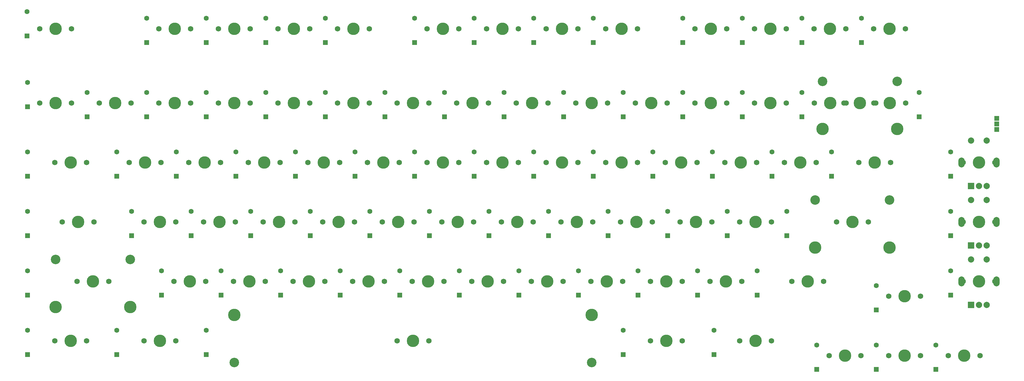
<source format=gts>
G04 #@! TF.GenerationSoftware,KiCad,Pcbnew,(5.1.5)-3*
G04 #@! TF.CreationDate,2020-07-17T15:38:34-06:00*
G04 #@! TF.ProjectId,fernet,6665726e-6574-42e6-9b69-6361645f7063,rev?*
G04 #@! TF.SameCoordinates,Original*
G04 #@! TF.FileFunction,Soldermask,Top*
G04 #@! TF.FilePolarity,Negative*
%FSLAX46Y46*%
G04 Gerber Fmt 4.6, Leading zero omitted, Abs format (unit mm)*
G04 Created by KiCad (PCBNEW (5.1.5)-3) date 2020-07-17 15:38:34*
%MOMM*%
%LPD*%
G04 APERTURE LIST*
%ADD10C,3.987800*%
%ADD11C,1.750000*%
%ADD12C,3.048000*%
%ADD13R,1.524000X1.524000*%
%ADD14R,2.000000X2.000000*%
%ADD15C,2.000000*%
%ADD16O,2.000000X3.200000*%
%ADD17R,1.600000X1.600000*%
%ADD18C,1.600000*%
G04 APERTURE END LIST*
D10*
X286710000Y-53340000D03*
D11*
X281630000Y-53340000D03*
X291790000Y-53340000D03*
D12*
X274803750Y-46355000D03*
X298616250Y-46355000D03*
D10*
X274803750Y-61595000D03*
X298616250Y-61595000D03*
D13*
X330500000Y-61778000D03*
X330500000Y-60000000D03*
X330500000Y-58222000D03*
D14*
X322300000Y-79887500D03*
D15*
X324800000Y-79887500D03*
X327300000Y-79887500D03*
D16*
X319200000Y-72387500D03*
X330400000Y-72387500D03*
D15*
X322300000Y-65387500D03*
X327300000Y-65387500D03*
D14*
X322300000Y-98937500D03*
D15*
X324800000Y-98937500D03*
X327300000Y-98937500D03*
D16*
X319200000Y-91437500D03*
X330400000Y-91437500D03*
D15*
X322300000Y-84437500D03*
X327300000Y-84437500D03*
D17*
X20320000Y-31840000D03*
D18*
X20320000Y-24040000D03*
D11*
X282280000Y-53337500D03*
X272120000Y-53337500D03*
D10*
X277200000Y-53337500D03*
D11*
X301330000Y-53350000D03*
X291170000Y-53350000D03*
D10*
X296250000Y-53350000D03*
D17*
X305650000Y-57750000D03*
D18*
X305650000Y-49950000D03*
D17*
X253862500Y-114887500D03*
D18*
X253862500Y-107087500D03*
D17*
X211000000Y-57737500D03*
D18*
X211000000Y-49937500D03*
D17*
X39550000Y-57737500D03*
D18*
X39550000Y-49937500D03*
D17*
X58600000Y-57737500D03*
D18*
X58600000Y-49937500D03*
D17*
X77650000Y-57737500D03*
D18*
X77650000Y-49937500D03*
D17*
X96700000Y-57737500D03*
D18*
X96700000Y-49937500D03*
D17*
X115750000Y-57737500D03*
D18*
X115750000Y-49937500D03*
D17*
X134800000Y-57737500D03*
D18*
X134800000Y-49937500D03*
D17*
X153850000Y-57737500D03*
D18*
X153850000Y-49937500D03*
D17*
X172900000Y-57737500D03*
D18*
X172900000Y-49937500D03*
D17*
X191950000Y-57737500D03*
D18*
X191950000Y-49937500D03*
D17*
X211000000Y-133937500D03*
D18*
X211000000Y-126137500D03*
D17*
X58600000Y-33925000D03*
D18*
X58600000Y-26125000D03*
D17*
X77650000Y-33925000D03*
D18*
X77650000Y-26125000D03*
D17*
X96700000Y-33925000D03*
D18*
X96700000Y-26125000D03*
D17*
X115750000Y-33925000D03*
D18*
X115750000Y-26125000D03*
D17*
X144325000Y-33925000D03*
D18*
X144325000Y-26125000D03*
D17*
X163375000Y-33925000D03*
D18*
X163375000Y-26125000D03*
D17*
X182425000Y-33925000D03*
D18*
X182425000Y-26125000D03*
D17*
X201475000Y-33925000D03*
D18*
X201475000Y-26125000D03*
D17*
X230050000Y-33925000D03*
D18*
X230050000Y-26125000D03*
D17*
X249100000Y-33925000D03*
D18*
X249100000Y-26125000D03*
D17*
X268150000Y-33925000D03*
D18*
X268150000Y-26125000D03*
D17*
X287200000Y-33925000D03*
D18*
X287200000Y-26125000D03*
D17*
X240050320Y-133955620D03*
D18*
X240050320Y-126155620D03*
D17*
X311012500Y-138700000D03*
D18*
X311012500Y-130900000D03*
D17*
X291962500Y-138700000D03*
D18*
X291962500Y-130900000D03*
D17*
X272912500Y-138700000D03*
D18*
X272912500Y-130900000D03*
D17*
X77650000Y-133937500D03*
D18*
X77650000Y-126137500D03*
D17*
X49075000Y-133937500D03*
D18*
X49075000Y-126137500D03*
D17*
X20500000Y-133937500D03*
D18*
X20500000Y-126137500D03*
D17*
X291962500Y-119650000D03*
D18*
X291962500Y-111850000D03*
D17*
X315775000Y-114887500D03*
D18*
X315775000Y-107087500D03*
D17*
X234812500Y-114887500D03*
D18*
X234812500Y-107087500D03*
D17*
X215762500Y-114887500D03*
D18*
X215762500Y-107087500D03*
D17*
X196712500Y-114887500D03*
D18*
X196712500Y-107087500D03*
D17*
X177662500Y-114887500D03*
D18*
X177662500Y-107087500D03*
D17*
X158612500Y-114887500D03*
D18*
X158612500Y-107087500D03*
D17*
X139562500Y-114887500D03*
D18*
X139562500Y-107087500D03*
D17*
X120512500Y-114887500D03*
D18*
X120512500Y-107087500D03*
D17*
X101462500Y-114887500D03*
D18*
X101462500Y-107087500D03*
D17*
X82412500Y-114887500D03*
D18*
X82412500Y-107087500D03*
D17*
X63362500Y-114887500D03*
D18*
X63362500Y-107087500D03*
D17*
X20500000Y-114887500D03*
D18*
X20500000Y-107087500D03*
D17*
X315775000Y-95837500D03*
D18*
X315775000Y-88037500D03*
D17*
X263387500Y-95837500D03*
D18*
X263387500Y-88037500D03*
D17*
X244337500Y-95837500D03*
D18*
X244337500Y-88037500D03*
D17*
X225287500Y-95837500D03*
D18*
X225287500Y-88037500D03*
D17*
X206237500Y-95837500D03*
D18*
X206237500Y-88037500D03*
D17*
X187187500Y-95837500D03*
D18*
X187187500Y-88037500D03*
D17*
X168137500Y-95837500D03*
D18*
X168137500Y-88037500D03*
D17*
X149087500Y-95837500D03*
D18*
X149087500Y-88037500D03*
D17*
X130037500Y-95837500D03*
D18*
X130037500Y-88037500D03*
D17*
X110987500Y-95837500D03*
D18*
X110987500Y-88037500D03*
D17*
X91937500Y-95837500D03*
D18*
X91937500Y-88037500D03*
D17*
X72887500Y-95837500D03*
D18*
X72887500Y-88037500D03*
D17*
X53837500Y-95837500D03*
D18*
X53837500Y-88037500D03*
D17*
X20500000Y-95837500D03*
D18*
X20500000Y-88037500D03*
D17*
X315775000Y-76787500D03*
D18*
X315775000Y-68987500D03*
D17*
X277675000Y-76787500D03*
D18*
X277675000Y-68987500D03*
D17*
X258625000Y-76787500D03*
D18*
X258625000Y-68987500D03*
D17*
X239575000Y-76787500D03*
D18*
X239575000Y-68987500D03*
D17*
X220525000Y-76787500D03*
D18*
X220525000Y-68987500D03*
D17*
X201475000Y-76787500D03*
D18*
X201475000Y-68987500D03*
D17*
X182425000Y-76787500D03*
D18*
X182425000Y-68987500D03*
D17*
X163375000Y-76787500D03*
D18*
X163375000Y-68987500D03*
D17*
X144325000Y-76787500D03*
D18*
X144325000Y-68987500D03*
D17*
X125275000Y-76787500D03*
D18*
X125275000Y-68987500D03*
D17*
X106225000Y-76787500D03*
D18*
X106225000Y-68987500D03*
D17*
X87175000Y-76787500D03*
D18*
X87175000Y-68987500D03*
D17*
X68125000Y-76787500D03*
D18*
X68125000Y-68987500D03*
D17*
X49075000Y-76787500D03*
D18*
X49075000Y-68987500D03*
D17*
X20500000Y-76787500D03*
D18*
X20500000Y-68987500D03*
D17*
X268150000Y-57737500D03*
D18*
X268150000Y-49937500D03*
D17*
X249100000Y-57737500D03*
D18*
X249100000Y-49937500D03*
D17*
X230050000Y-57737500D03*
D18*
X230050000Y-49937500D03*
D17*
X20500000Y-54540000D03*
D18*
X20500000Y-46740000D03*
D10*
X200975000Y-121282500D03*
X86675000Y-121282500D03*
D12*
X200975000Y-136522500D03*
X86675000Y-136522500D03*
D11*
X148905000Y-129537500D03*
X138745000Y-129537500D03*
D10*
X143825000Y-129537500D03*
D11*
X41748750Y-91437500D03*
X31588750Y-91437500D03*
D10*
X36668750Y-91437500D03*
X296225000Y-99692500D03*
X272412500Y-99692500D03*
D12*
X296225000Y-84452500D03*
X272412500Y-84452500D03*
D11*
X289398750Y-91437500D03*
X279238750Y-91437500D03*
D10*
X284318750Y-91437500D03*
X53337500Y-118742500D03*
X29525000Y-118742500D03*
D12*
X53337500Y-103502500D03*
X29525000Y-103502500D03*
D11*
X46511250Y-110487500D03*
X36351250Y-110487500D03*
D10*
X41431250Y-110487500D03*
D11*
X39367500Y-72387500D03*
X29207500Y-72387500D03*
D10*
X34287500Y-72387500D03*
D11*
X296542500Y-72387500D03*
X286382500Y-72387500D03*
D10*
X291462500Y-72387500D03*
D11*
X39367500Y-129537500D03*
X29207500Y-129537500D03*
D10*
X34287500Y-129537500D03*
D11*
X67942500Y-129537500D03*
X57782500Y-129537500D03*
D10*
X62862500Y-129537500D03*
D11*
X34605000Y-29525000D03*
X24445000Y-29525000D03*
D10*
X29525000Y-29525000D03*
D11*
X72705000Y-29525000D03*
X62545000Y-29525000D03*
D10*
X67625000Y-29525000D03*
D11*
X91755000Y-29525000D03*
X81595000Y-29525000D03*
D10*
X86675000Y-29525000D03*
D11*
X110805000Y-29525000D03*
X100645000Y-29525000D03*
D10*
X105725000Y-29525000D03*
D11*
X129855000Y-29525000D03*
X119695000Y-29525000D03*
D10*
X124775000Y-29525000D03*
D11*
X158430000Y-29525000D03*
X148270000Y-29525000D03*
D10*
X153350000Y-29525000D03*
D11*
X177480000Y-29525000D03*
X167320000Y-29525000D03*
D10*
X172400000Y-29525000D03*
D11*
X196530000Y-29525000D03*
X186370000Y-29525000D03*
D10*
X191450000Y-29525000D03*
D11*
X215580000Y-29525000D03*
X205420000Y-29525000D03*
D10*
X210500000Y-29525000D03*
D11*
X244155000Y-29525000D03*
X233995000Y-29525000D03*
D10*
X239075000Y-29525000D03*
D11*
X263205000Y-29525000D03*
X253045000Y-29525000D03*
D10*
X258125000Y-29525000D03*
D11*
X282255000Y-29525000D03*
X272095000Y-29525000D03*
D10*
X277175000Y-29525000D03*
D11*
X301305000Y-29525000D03*
X291145000Y-29525000D03*
D10*
X296225000Y-29525000D03*
D11*
X34605000Y-53337500D03*
X24445000Y-53337500D03*
D10*
X29525000Y-53337500D03*
D11*
X53655000Y-53337500D03*
X43495000Y-53337500D03*
D10*
X48575000Y-53337500D03*
D11*
X72705000Y-53337500D03*
X62545000Y-53337500D03*
D10*
X67625000Y-53337500D03*
D11*
X91755000Y-53337500D03*
X81595000Y-53337500D03*
D10*
X86675000Y-53337500D03*
D11*
X110805000Y-53337500D03*
X100645000Y-53337500D03*
D10*
X105725000Y-53337500D03*
D11*
X129855000Y-53337500D03*
X119695000Y-53337500D03*
D10*
X124775000Y-53337500D03*
D11*
X148905000Y-53337500D03*
X138745000Y-53337500D03*
D10*
X143825000Y-53337500D03*
D11*
X167955000Y-53337500D03*
X157795000Y-53337500D03*
D10*
X162875000Y-53337500D03*
D11*
X187005000Y-53337500D03*
X176845000Y-53337500D03*
D10*
X181925000Y-53337500D03*
D11*
X206055000Y-53337500D03*
X195895000Y-53337500D03*
D10*
X200975000Y-53337500D03*
D11*
X225105000Y-53337500D03*
X214945000Y-53337500D03*
D10*
X220025000Y-53337500D03*
D11*
X244155000Y-53337500D03*
X233995000Y-53337500D03*
D10*
X239075000Y-53337500D03*
D11*
X263205000Y-53337500D03*
X253045000Y-53337500D03*
D10*
X258125000Y-53337500D03*
D11*
X63180000Y-72387500D03*
X53020000Y-72387500D03*
D10*
X58100000Y-72387500D03*
D11*
X82230000Y-72387500D03*
X72070000Y-72387500D03*
D10*
X77150000Y-72387500D03*
D11*
X101280000Y-72387500D03*
X91120000Y-72387500D03*
D10*
X96200000Y-72387500D03*
D11*
X120330000Y-72387500D03*
X110170000Y-72387500D03*
D10*
X115250000Y-72387500D03*
D11*
X139380000Y-72387500D03*
X129220000Y-72387500D03*
D10*
X134300000Y-72387500D03*
D11*
X158430000Y-72387500D03*
X148270000Y-72387500D03*
D10*
X153350000Y-72387500D03*
D11*
X177480000Y-72387500D03*
X167320000Y-72387500D03*
D10*
X172400000Y-72387500D03*
D11*
X196530000Y-72387500D03*
X186370000Y-72387500D03*
D10*
X191450000Y-72387500D03*
D11*
X215580000Y-72387500D03*
X205420000Y-72387500D03*
D10*
X210500000Y-72387500D03*
D11*
X234630000Y-72387500D03*
X224470000Y-72387500D03*
D10*
X229550000Y-72387500D03*
D11*
X253680000Y-72387500D03*
X243520000Y-72387500D03*
D10*
X248600000Y-72387500D03*
D11*
X272730000Y-72387500D03*
X262570000Y-72387500D03*
D10*
X267650000Y-72387500D03*
D11*
X329880000Y-72387500D03*
X319720000Y-72387500D03*
D10*
X324800000Y-72387500D03*
D11*
X67942500Y-91437500D03*
X57782500Y-91437500D03*
D10*
X62862500Y-91437500D03*
D11*
X86992500Y-91437500D03*
X76832500Y-91437500D03*
D10*
X81912500Y-91437500D03*
D11*
X106042500Y-91437500D03*
X95882500Y-91437500D03*
D10*
X100962500Y-91437500D03*
D11*
X125092500Y-91437500D03*
X114932500Y-91437500D03*
D10*
X120012500Y-91437500D03*
D11*
X144142500Y-91437500D03*
X133982500Y-91437500D03*
D10*
X139062500Y-91437500D03*
D11*
X163192500Y-91437500D03*
X153032500Y-91437500D03*
D10*
X158112500Y-91437500D03*
D11*
X182242500Y-91437500D03*
X172082500Y-91437500D03*
D10*
X177162500Y-91437500D03*
D11*
X201292500Y-91437500D03*
X191132500Y-91437500D03*
D10*
X196212500Y-91437500D03*
D11*
X220342500Y-91437500D03*
X210182500Y-91437500D03*
D10*
X215262500Y-91437500D03*
D11*
X239392500Y-91437500D03*
X229232500Y-91437500D03*
D10*
X234312500Y-91437500D03*
D11*
X258442500Y-91437500D03*
X248282500Y-91437500D03*
D10*
X253362500Y-91437500D03*
D11*
X329880000Y-91437500D03*
X319720000Y-91437500D03*
D10*
X324800000Y-91437500D03*
D11*
X77467500Y-110487500D03*
X67307500Y-110487500D03*
D10*
X72387500Y-110487500D03*
D11*
X96517500Y-110487500D03*
X86357500Y-110487500D03*
D10*
X91437500Y-110487500D03*
D11*
X115567500Y-110487500D03*
X105407500Y-110487500D03*
D10*
X110487500Y-110487500D03*
D11*
X134617500Y-110487500D03*
X124457500Y-110487500D03*
D10*
X129537500Y-110487500D03*
D11*
X153667500Y-110487500D03*
X143507500Y-110487500D03*
D10*
X148587500Y-110487500D03*
D11*
X172717500Y-110487500D03*
X162557500Y-110487500D03*
D10*
X167637500Y-110487500D03*
D11*
X191767500Y-110487500D03*
X181607500Y-110487500D03*
D10*
X186687500Y-110487500D03*
D11*
X210817500Y-110487500D03*
X200657500Y-110487500D03*
D10*
X205737500Y-110487500D03*
D11*
X229867500Y-110487500D03*
X219707500Y-110487500D03*
D10*
X224787500Y-110487500D03*
D11*
X248917500Y-110487500D03*
X238757500Y-110487500D03*
D10*
X243837500Y-110487500D03*
D11*
X329880000Y-110487500D03*
X319720000Y-110487500D03*
D10*
X324800000Y-110487500D03*
D11*
X306067500Y-115250000D03*
X295907500Y-115250000D03*
D10*
X300987500Y-115250000D03*
D11*
X287017500Y-134300000D03*
X276857500Y-134300000D03*
D10*
X281937500Y-134300000D03*
D11*
X306067500Y-134300000D03*
X295907500Y-134300000D03*
D10*
X300987500Y-134300000D03*
D11*
X325117500Y-134300000D03*
X314957500Y-134300000D03*
D10*
X320037500Y-134300000D03*
D15*
X327300000Y-103487500D03*
X322300000Y-103487500D03*
D16*
X330400000Y-110487500D03*
X319200000Y-110487500D03*
D15*
X327300000Y-117987500D03*
X324800000Y-117987500D03*
D14*
X322300000Y-117987500D03*
D11*
X229867500Y-129537500D03*
X219707500Y-129537500D03*
D10*
X224787500Y-129537500D03*
X270031250Y-110487500D03*
D11*
X264951250Y-110487500D03*
X275111250Y-110487500D03*
D10*
X253357380Y-129565400D03*
D11*
X248277380Y-129565400D03*
X258437380Y-129565400D03*
M02*

</source>
